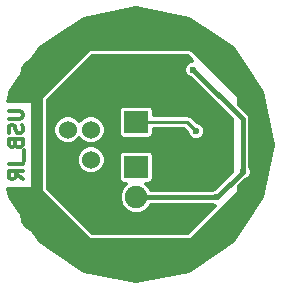
<source format=gbr>
G04 #@! TF.FileFunction,Copper,L2,Bot,Signal*
%FSLAX46Y46*%
G04 Gerber Fmt 4.6, Leading zero omitted, Abs format (unit mm)*
G04 Created by KiCad (PCBNEW (2015-09-22 BZR 6208)-product) date 29.8.2016 15:05:32*
%MOMM*%
G01*
G04 APERTURE LIST*
%ADD10C,0.100000*%
%ADD11C,0.300000*%
%ADD12C,1.524000*%
%ADD13C,2.700020*%
%ADD14R,2.000000X1.900000*%
%ADD15C,1.900000*%
%ADD16C,0.600000*%
%ADD17C,0.400000*%
%ADD18C,0.250000*%
G04 APERTURE END LIST*
D10*
D11*
X122532857Y-102552857D02*
X123504286Y-102552857D01*
X123618571Y-102610000D01*
X123675714Y-102667143D01*
X123732857Y-102781429D01*
X123732857Y-103010000D01*
X123675714Y-103124286D01*
X123618571Y-103181429D01*
X123504286Y-103238572D01*
X122532857Y-103238572D01*
X123675714Y-103752857D02*
X123732857Y-103924286D01*
X123732857Y-104210000D01*
X123675714Y-104324286D01*
X123618571Y-104381429D01*
X123504286Y-104438572D01*
X123390000Y-104438572D01*
X123275714Y-104381429D01*
X123218571Y-104324286D01*
X123161429Y-104210000D01*
X123104286Y-103981429D01*
X123047143Y-103867143D01*
X122990000Y-103810000D01*
X122875714Y-103752857D01*
X122761429Y-103752857D01*
X122647143Y-103810000D01*
X122590000Y-103867143D01*
X122532857Y-103981429D01*
X122532857Y-104267143D01*
X122590000Y-104438572D01*
X123104286Y-105352857D02*
X123161429Y-105524286D01*
X123218571Y-105581429D01*
X123332857Y-105638572D01*
X123504286Y-105638572D01*
X123618571Y-105581429D01*
X123675714Y-105524286D01*
X123732857Y-105410000D01*
X123732857Y-104952857D01*
X122532857Y-104952857D01*
X122532857Y-105352857D01*
X122590000Y-105467143D01*
X122647143Y-105524286D01*
X122761429Y-105581429D01*
X122875714Y-105581429D01*
X122990000Y-105524286D01*
X123047143Y-105467143D01*
X123104286Y-105352857D01*
X123104286Y-104952857D01*
X123847143Y-105867143D02*
X123847143Y-106781429D01*
X123732857Y-107067143D02*
X122532857Y-107067143D01*
X123732857Y-108324287D02*
X123161429Y-107924287D01*
X123732857Y-107638572D02*
X122532857Y-107638572D01*
X122532857Y-108095715D01*
X122590000Y-108210001D01*
X122647143Y-108267144D01*
X122761429Y-108324287D01*
X122932857Y-108324287D01*
X123047143Y-108267144D01*
X123104286Y-108210001D01*
X123161429Y-108095715D01*
X123161429Y-107638572D01*
D12*
X129540000Y-104140000D03*
X129540000Y-106680000D03*
X127541020Y-106680000D03*
X127541020Y-104140000D03*
D13*
X124841000Y-99410520D03*
X124841000Y-111409480D03*
D14*
X133350000Y-103505000D03*
D15*
X133350000Y-100965000D03*
D14*
X133350000Y-107315000D03*
D15*
X133350000Y-109855000D03*
D16*
X138303000Y-108458000D03*
X137287000Y-110744000D03*
X139065000Y-102870000D03*
X127381000Y-100838000D03*
X138176000Y-99060000D03*
X140208000Y-109855000D03*
X142367000Y-107696000D03*
X138430000Y-104267000D03*
X137541000Y-115316000D03*
X141224000Y-113284000D03*
X142113000Y-99568000D03*
X137033000Y-95377000D03*
D17*
X138303000Y-108458000D02*
X138303000Y-108204000D01*
X137287000Y-110744000D02*
X137541000Y-110744000D01*
X133350000Y-100965000D02*
X134620000Y-99695000D01*
X135890000Y-99695000D02*
X139065000Y-102870000D01*
X134620000Y-99695000D02*
X135890000Y-99695000D01*
X126111000Y-105249980D02*
X127541020Y-106680000D01*
X126111000Y-102108000D02*
X126111000Y-105249980D01*
X127381000Y-100838000D02*
X126111000Y-102108000D01*
X142367000Y-107696000D02*
X142367000Y-103251000D01*
X142367000Y-103251000D02*
X138176000Y-99060000D01*
X140208000Y-109855000D02*
X133350000Y-109855000D01*
X142367000Y-107696000D02*
X140208000Y-109855000D01*
D18*
X137668000Y-103505000D02*
X133350000Y-103505000D01*
X138430000Y-104267000D02*
X137668000Y-103505000D01*
D17*
X124841000Y-111409480D02*
X124998480Y-111409480D01*
X124998480Y-111409480D02*
X128905000Y-115316000D01*
X128905000Y-115316000D02*
X137541000Y-115316000D01*
X141224000Y-113284000D02*
X142113000Y-112395000D01*
X142113000Y-112395000D02*
X142113000Y-110109000D01*
X142113000Y-110109000D02*
X143764000Y-108458000D01*
X143764000Y-108458000D02*
X143764000Y-102489000D01*
X143764000Y-102489000D02*
X142113000Y-100838000D01*
X142113000Y-100838000D02*
X142113000Y-99568000D01*
X137033000Y-95377000D02*
X136906000Y-95504000D01*
X136906000Y-95504000D02*
X128747520Y-95504000D01*
X128747520Y-95504000D02*
X124841000Y-99410520D01*
D11*
G36*
X137775734Y-94725333D02*
X141527690Y-97232310D01*
X144034667Y-100984266D01*
X144915000Y-105410000D01*
X144034667Y-109835734D01*
X141527690Y-113587690D01*
X137775734Y-116094667D01*
X133350000Y-116975000D01*
X128924266Y-116094667D01*
X125172310Y-113587690D01*
X122665333Y-109835734D01*
X122529500Y-109152857D01*
X124630000Y-109152857D01*
X124630000Y-101667142D01*
X122529501Y-101667142D01*
X122542856Y-101600000D01*
X125280000Y-101600000D01*
X125280000Y-109220000D01*
X125313075Y-109389332D01*
X125411802Y-109538198D01*
X129221802Y-113348198D01*
X129364925Y-113444546D01*
X129540000Y-113480000D01*
X137795000Y-113480000D01*
X137964332Y-113446925D01*
X138113198Y-113348198D01*
X141923198Y-109538198D01*
X142019546Y-109395075D01*
X142055000Y-109220000D01*
X142055000Y-108927238D01*
X142550598Y-108431640D01*
X142791286Y-108332189D01*
X143002448Y-108121395D01*
X143116869Y-107845839D01*
X143117130Y-107547470D01*
X143017000Y-107305139D01*
X143017000Y-103251000D01*
X142975731Y-103043524D01*
X142967522Y-103002255D01*
X142826619Y-102791381D01*
X142055000Y-102019762D01*
X142055000Y-101600000D01*
X142021925Y-101430668D01*
X141923198Y-101281802D01*
X138113198Y-97471802D01*
X137970075Y-97375454D01*
X137795000Y-97340000D01*
X129540000Y-97340000D01*
X129370668Y-97373075D01*
X129221802Y-97471802D01*
X125411802Y-101281802D01*
X125315454Y-101424925D01*
X125280000Y-101600000D01*
X122542856Y-101600000D01*
X122665333Y-100984266D01*
X125172310Y-97232310D01*
X128924266Y-94725333D01*
X133350000Y-93845000D01*
X137775734Y-94725333D01*
X137775734Y-94725333D01*
G37*
X137775734Y-94725333D02*
X141527690Y-97232310D01*
X144034667Y-100984266D01*
X144915000Y-105410000D01*
X144034667Y-109835734D01*
X141527690Y-113587690D01*
X137775734Y-116094667D01*
X133350000Y-116975000D01*
X128924266Y-116094667D01*
X125172310Y-113587690D01*
X122665333Y-109835734D01*
X122529500Y-109152857D01*
X124630000Y-109152857D01*
X124630000Y-101667142D01*
X122529501Y-101667142D01*
X122542856Y-101600000D01*
X125280000Y-101600000D01*
X125280000Y-109220000D01*
X125313075Y-109389332D01*
X125411802Y-109538198D01*
X129221802Y-113348198D01*
X129364925Y-113444546D01*
X129540000Y-113480000D01*
X137795000Y-113480000D01*
X137964332Y-113446925D01*
X138113198Y-113348198D01*
X141923198Y-109538198D01*
X142019546Y-109395075D01*
X142055000Y-109220000D01*
X142055000Y-108927238D01*
X142550598Y-108431640D01*
X142791286Y-108332189D01*
X143002448Y-108121395D01*
X143116869Y-107845839D01*
X143117130Y-107547470D01*
X143017000Y-107305139D01*
X143017000Y-103251000D01*
X142975731Y-103043524D01*
X142967522Y-103002255D01*
X142826619Y-102791381D01*
X142055000Y-102019762D01*
X142055000Y-101600000D01*
X142021925Y-101430668D01*
X141923198Y-101281802D01*
X138113198Y-97471802D01*
X137970075Y-97375454D01*
X137795000Y-97340000D01*
X129540000Y-97340000D01*
X129370668Y-97373075D01*
X129221802Y-97471802D01*
X125411802Y-101281802D01*
X125315454Y-101424925D01*
X125280000Y-101600000D01*
X122542856Y-101600000D01*
X122665333Y-100984266D01*
X125172310Y-97232310D01*
X128924266Y-94725333D01*
X133350000Y-93845000D01*
X137775734Y-94725333D01*
G36*
X138102804Y-98309936D02*
X138027470Y-98309870D01*
X137751714Y-98423811D01*
X137540552Y-98634605D01*
X137426131Y-98910161D01*
X137425870Y-99208530D01*
X137539811Y-99484286D01*
X137750605Y-99695448D01*
X137992763Y-99796001D01*
X141455000Y-103258238D01*
X141455000Y-107688762D01*
X140024402Y-109119360D01*
X139817139Y-109205000D01*
X134596228Y-109205000D01*
X134537555Y-109063000D01*
X134198962Y-108723816D01*
X134350000Y-108723816D01*
X134516760Y-108692438D01*
X134669919Y-108593883D01*
X134772668Y-108443505D01*
X134808816Y-108265000D01*
X134808816Y-106365000D01*
X134777438Y-106198240D01*
X134678883Y-106045081D01*
X134528505Y-105942332D01*
X134350000Y-105906184D01*
X132350000Y-105906184D01*
X132183240Y-105937562D01*
X132030081Y-106036117D01*
X131927332Y-106186495D01*
X131891184Y-106365000D01*
X131891184Y-108265000D01*
X131922562Y-108431760D01*
X132021117Y-108584919D01*
X132171495Y-108687668D01*
X132350000Y-108723816D01*
X132501531Y-108723816D01*
X132163830Y-109060928D01*
X131950243Y-109575301D01*
X131949757Y-110132256D01*
X132162445Y-110647000D01*
X132555928Y-111041170D01*
X133070301Y-111254757D01*
X133627256Y-111255243D01*
X134142000Y-111042555D01*
X134536170Y-110649072D01*
X134595994Y-110505000D01*
X139817650Y-110505000D01*
X140022717Y-110590151D01*
X137732868Y-112880000D01*
X129602132Y-112880000D01*
X125880000Y-109157868D01*
X125880000Y-106920024D01*
X128327791Y-106920024D01*
X128511918Y-107365646D01*
X128852561Y-107706884D01*
X129297861Y-107891789D01*
X129780024Y-107892209D01*
X130225646Y-107708082D01*
X130566884Y-107367439D01*
X130751789Y-106922139D01*
X130752209Y-106439976D01*
X130568082Y-105994354D01*
X130227439Y-105653116D01*
X129782139Y-105468211D01*
X129299976Y-105467791D01*
X128854354Y-105651918D01*
X128513116Y-105992561D01*
X128328211Y-106437861D01*
X128327791Y-106920024D01*
X125880000Y-106920024D01*
X125880000Y-104380024D01*
X126328811Y-104380024D01*
X126512938Y-104825646D01*
X126853581Y-105166884D01*
X127298881Y-105351789D01*
X127781044Y-105352209D01*
X128226666Y-105168082D01*
X128540759Y-104854537D01*
X128852561Y-105166884D01*
X129297861Y-105351789D01*
X129780024Y-105352209D01*
X130225646Y-105168082D01*
X130566884Y-104827439D01*
X130751789Y-104382139D01*
X130752209Y-103899976D01*
X130568082Y-103454354D01*
X130227439Y-103113116D01*
X129782139Y-102928211D01*
X129299976Y-102927791D01*
X128854354Y-103111918D01*
X128540261Y-103425463D01*
X128228459Y-103113116D01*
X127783159Y-102928211D01*
X127300996Y-102927791D01*
X126855374Y-103111918D01*
X126514136Y-103452561D01*
X126329231Y-103897861D01*
X126328811Y-104380024D01*
X125880000Y-104380024D01*
X125880000Y-102555000D01*
X131891184Y-102555000D01*
X131891184Y-104455000D01*
X131922562Y-104621760D01*
X132021117Y-104774919D01*
X132171495Y-104877668D01*
X132350000Y-104913816D01*
X134350000Y-104913816D01*
X134516760Y-104882438D01*
X134669919Y-104783883D01*
X134772668Y-104633505D01*
X134808816Y-104455000D01*
X134808816Y-104080000D01*
X137429828Y-104080000D01*
X137679945Y-104330117D01*
X137679870Y-104415530D01*
X137793811Y-104691286D01*
X138004605Y-104902448D01*
X138280161Y-105016869D01*
X138578530Y-105017130D01*
X138854286Y-104903189D01*
X139065448Y-104692395D01*
X139179869Y-104416839D01*
X139180130Y-104118470D01*
X139066189Y-103842714D01*
X138855395Y-103631552D01*
X138579839Y-103517131D01*
X138493228Y-103517055D01*
X138074586Y-103098414D01*
X137888043Y-102973769D01*
X137668000Y-102930000D01*
X134808816Y-102930000D01*
X134808816Y-102555000D01*
X134777438Y-102388240D01*
X134678883Y-102235081D01*
X134528505Y-102132332D01*
X134350000Y-102096184D01*
X132350000Y-102096184D01*
X132183240Y-102127562D01*
X132030081Y-102226117D01*
X131927332Y-102376495D01*
X131891184Y-102555000D01*
X125880000Y-102555000D01*
X125880000Y-101662132D01*
X129602132Y-97940000D01*
X137732868Y-97940000D01*
X138102804Y-98309936D01*
X138102804Y-98309936D01*
G37*
X138102804Y-98309936D02*
X138027470Y-98309870D01*
X137751714Y-98423811D01*
X137540552Y-98634605D01*
X137426131Y-98910161D01*
X137425870Y-99208530D01*
X137539811Y-99484286D01*
X137750605Y-99695448D01*
X137992763Y-99796001D01*
X141455000Y-103258238D01*
X141455000Y-107688762D01*
X140024402Y-109119360D01*
X139817139Y-109205000D01*
X134596228Y-109205000D01*
X134537555Y-109063000D01*
X134198962Y-108723816D01*
X134350000Y-108723816D01*
X134516760Y-108692438D01*
X134669919Y-108593883D01*
X134772668Y-108443505D01*
X134808816Y-108265000D01*
X134808816Y-106365000D01*
X134777438Y-106198240D01*
X134678883Y-106045081D01*
X134528505Y-105942332D01*
X134350000Y-105906184D01*
X132350000Y-105906184D01*
X132183240Y-105937562D01*
X132030081Y-106036117D01*
X131927332Y-106186495D01*
X131891184Y-106365000D01*
X131891184Y-108265000D01*
X131922562Y-108431760D01*
X132021117Y-108584919D01*
X132171495Y-108687668D01*
X132350000Y-108723816D01*
X132501531Y-108723816D01*
X132163830Y-109060928D01*
X131950243Y-109575301D01*
X131949757Y-110132256D01*
X132162445Y-110647000D01*
X132555928Y-111041170D01*
X133070301Y-111254757D01*
X133627256Y-111255243D01*
X134142000Y-111042555D01*
X134536170Y-110649072D01*
X134595994Y-110505000D01*
X139817650Y-110505000D01*
X140022717Y-110590151D01*
X137732868Y-112880000D01*
X129602132Y-112880000D01*
X125880000Y-109157868D01*
X125880000Y-106920024D01*
X128327791Y-106920024D01*
X128511918Y-107365646D01*
X128852561Y-107706884D01*
X129297861Y-107891789D01*
X129780024Y-107892209D01*
X130225646Y-107708082D01*
X130566884Y-107367439D01*
X130751789Y-106922139D01*
X130752209Y-106439976D01*
X130568082Y-105994354D01*
X130227439Y-105653116D01*
X129782139Y-105468211D01*
X129299976Y-105467791D01*
X128854354Y-105651918D01*
X128513116Y-105992561D01*
X128328211Y-106437861D01*
X128327791Y-106920024D01*
X125880000Y-106920024D01*
X125880000Y-104380024D01*
X126328811Y-104380024D01*
X126512938Y-104825646D01*
X126853581Y-105166884D01*
X127298881Y-105351789D01*
X127781044Y-105352209D01*
X128226666Y-105168082D01*
X128540759Y-104854537D01*
X128852561Y-105166884D01*
X129297861Y-105351789D01*
X129780024Y-105352209D01*
X130225646Y-105168082D01*
X130566884Y-104827439D01*
X130751789Y-104382139D01*
X130752209Y-103899976D01*
X130568082Y-103454354D01*
X130227439Y-103113116D01*
X129782139Y-102928211D01*
X129299976Y-102927791D01*
X128854354Y-103111918D01*
X128540261Y-103425463D01*
X128228459Y-103113116D01*
X127783159Y-102928211D01*
X127300996Y-102927791D01*
X126855374Y-103111918D01*
X126514136Y-103452561D01*
X126329231Y-103897861D01*
X126328811Y-104380024D01*
X125880000Y-104380024D01*
X125880000Y-102555000D01*
X131891184Y-102555000D01*
X131891184Y-104455000D01*
X131922562Y-104621760D01*
X132021117Y-104774919D01*
X132171495Y-104877668D01*
X132350000Y-104913816D01*
X134350000Y-104913816D01*
X134516760Y-104882438D01*
X134669919Y-104783883D01*
X134772668Y-104633505D01*
X134808816Y-104455000D01*
X134808816Y-104080000D01*
X137429828Y-104080000D01*
X137679945Y-104330117D01*
X137679870Y-104415530D01*
X137793811Y-104691286D01*
X138004605Y-104902448D01*
X138280161Y-105016869D01*
X138578530Y-105017130D01*
X138854286Y-104903189D01*
X139065448Y-104692395D01*
X139179869Y-104416839D01*
X139180130Y-104118470D01*
X139066189Y-103842714D01*
X138855395Y-103631552D01*
X138579839Y-103517131D01*
X138493228Y-103517055D01*
X138074586Y-103098414D01*
X137888043Y-102973769D01*
X137668000Y-102930000D01*
X134808816Y-102930000D01*
X134808816Y-102555000D01*
X134777438Y-102388240D01*
X134678883Y-102235081D01*
X134528505Y-102132332D01*
X134350000Y-102096184D01*
X132350000Y-102096184D01*
X132183240Y-102127562D01*
X132030081Y-102226117D01*
X131927332Y-102376495D01*
X131891184Y-102555000D01*
X125880000Y-102555000D01*
X125880000Y-101662132D01*
X129602132Y-97940000D01*
X137732868Y-97940000D01*
X138102804Y-98309936D01*
M02*

</source>
